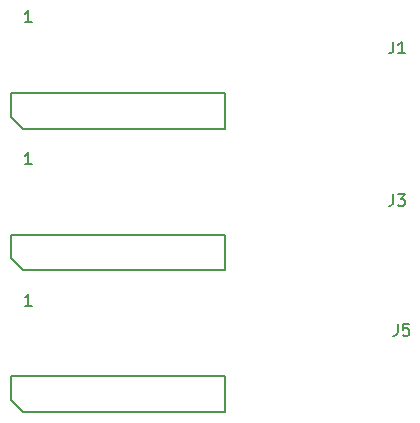
<source format=gbr>
%TF.GenerationSoftware,KiCad,Pcbnew,(5.1.9)-1*%
%TF.CreationDate,2021-07-07T13:02:54-06:00*%
%TF.ProjectId,Sub-D Micro-D 25 Pin Vacuum FeedThru,5375622d-4420-44d6-9963-726f2d442032,rev?*%
%TF.SameCoordinates,Original*%
%TF.FileFunction,Legend,Top*%
%TF.FilePolarity,Positive*%
%FSLAX46Y46*%
G04 Gerber Fmt 4.6, Leading zero omitted, Abs format (unit mm)*
G04 Created by KiCad (PCBNEW (5.1.9)-1) date 2021-07-07 13:02:54*
%MOMM*%
%LPD*%
G01*
G04 APERTURE LIST*
%ADD10C,0.150000*%
G04 APERTURE END LIST*
D10*
%TO.C,J6*%
X-8080000Y-15960000D02*
X-9080000Y-14960000D01*
X-9080000Y-14960000D02*
X-9080000Y-12940000D01*
X-9080000Y-12940000D02*
X9080000Y-12940000D01*
X9080000Y-12940000D02*
X9080000Y-15960000D01*
X9080000Y-15960000D02*
X-8080000Y-15960000D01*
%TO.C,J4*%
X-8080000Y-3960000D02*
X-9080000Y-2960000D01*
X-9080000Y-2960000D02*
X-9080000Y-940000D01*
X-9080000Y-940000D02*
X9080000Y-940000D01*
X9080000Y-940000D02*
X9080000Y-3960000D01*
X9080000Y-3960000D02*
X-8080000Y-3960000D01*
%TO.C,J2*%
X-8080000Y8040000D02*
X-9080000Y9040000D01*
X-9080000Y9040000D02*
X-9080000Y11060000D01*
X-9080000Y11060000D02*
X9080000Y11060000D01*
X9080000Y11060000D02*
X9080000Y8040000D01*
X9080000Y8040000D02*
X-8080000Y8040000D01*
%TO.C,J5*%
X23666666Y-8502380D02*
X23666666Y-9216666D01*
X23619047Y-9359523D01*
X23523809Y-9454761D01*
X23380952Y-9502380D01*
X23285714Y-9502380D01*
X24619047Y-8502380D02*
X24142857Y-8502380D01*
X24095238Y-8978571D01*
X24142857Y-8930952D01*
X24238095Y-8883333D01*
X24476190Y-8883333D01*
X24571428Y-8930952D01*
X24619047Y-8978571D01*
X24666666Y-9073809D01*
X24666666Y-9311904D01*
X24619047Y-9407142D01*
X24571428Y-9454761D01*
X24476190Y-9502380D01*
X24238095Y-9502380D01*
X24142857Y-9454761D01*
X24095238Y-9407142D01*
X-7334285Y-6962380D02*
X-7905714Y-6962380D01*
X-7620000Y-6962380D02*
X-7620000Y-5962380D01*
X-7715238Y-6105238D01*
X-7810476Y-6200476D01*
X-7905714Y-6248095D01*
%TO.C,J3*%
X23286666Y2497619D02*
X23286666Y1783333D01*
X23239047Y1640476D01*
X23143809Y1545238D01*
X23000952Y1497619D01*
X22905714Y1497619D01*
X23667619Y2497619D02*
X24286666Y2497619D01*
X23953333Y2116666D01*
X24096190Y2116666D01*
X24191428Y2069047D01*
X24239047Y2021428D01*
X24286666Y1926190D01*
X24286666Y1688095D01*
X24239047Y1592857D01*
X24191428Y1545238D01*
X24096190Y1497619D01*
X23810476Y1497619D01*
X23715238Y1545238D01*
X23667619Y1592857D01*
X-7334285Y5037619D02*
X-7905714Y5037619D01*
X-7620000Y5037619D02*
X-7620000Y6037619D01*
X-7715238Y5894761D01*
X-7810476Y5799523D01*
X-7905714Y5751904D01*
%TO.C,J1*%
X23286666Y15397619D02*
X23286666Y14683333D01*
X23239047Y14540476D01*
X23143809Y14445238D01*
X23000952Y14397619D01*
X22905714Y14397619D01*
X24286666Y14397619D02*
X23715238Y14397619D01*
X24000952Y14397619D02*
X24000952Y15397619D01*
X23905714Y15254761D01*
X23810476Y15159523D01*
X23715238Y15111904D01*
X-7334285Y17037619D02*
X-7905714Y17037619D01*
X-7620000Y17037619D02*
X-7620000Y18037619D01*
X-7715238Y17894761D01*
X-7810476Y17799523D01*
X-7905714Y17751904D01*
%TD*%
M02*

</source>
